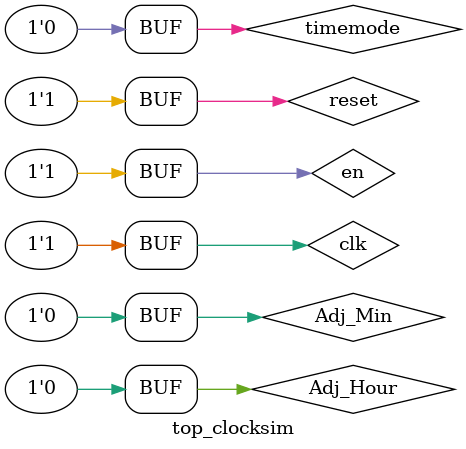
<source format=v>
`timescale 1ns / 1ps


module top_clocksim(

    );
     reg clk,reset,en,Adj_Min,Adj_Hour,timemode;
     wire led,beep;
     wire [7:0] HEX,An;
     top_clock K0(clk,reset,en,led,Adj_Min,Adj_Hour,timemode,beep);
     parameter PERIOD =10;
     always begin
         clk=1'b0;
         #(PERIOD/2) clk=1'b1;
         #(PERIOD/2);
     end 
     initial
     begin
        reset=0;
        en=0;
        Adj_Min=0;
        Adj_Hour=0;
        timemode=0;
        #20
        reset=1;
        en=1;
        Adj_Min=0;
        Adj_Hour=0;
        timemode=0;
        #200
        reset=1;
        en=1;
        Adj_Min=1;
        Adj_Hour=1;
        timemode=0;
        #230
        reset=1;
        en=1;
        Adj_Min=1;
        Adj_Hour=0;
        timemode=0;
        #360
        reset=1;
        en=1;
        Adj_Min=0;
        Adj_Hour=0;
        timemode=0;
        #600
        reset=0;
        en=0;
        Adj_Min=0;
        Adj_Hour=0;
        timemode=0;
        #20
        reset=1;
        en=1;
        Adj_Min=1;
        Adj_Hour=1;
        timemode=0;
        #80
        reset=1;
        en=1;
        Adj_Min=1;
        Adj_Hour=0;
        timemode=0;
        #500;
        reset=1;
        en=1;
        Adj_Min=0;
        Adj_Hour=0;
        timemode=0;
     end
endmodule

</source>
